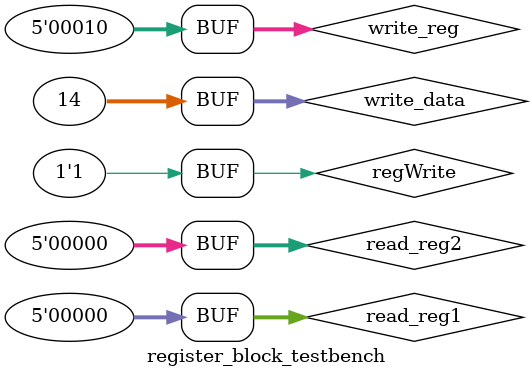
<source format=v>
module register_block_testbench();
  wire [31:0] read_data1;
  wire [31:0] read_data2;
  reg [31:0] write_data;
  reg [4:0] read_reg1;
  reg [4:0] read_reg2;
  reg [4:0] write_reg;
  reg regWrite;
	
	

	localparam period = 10;
	
	register_block UUT(read_data1, read_data2, write_data, read_reg1, read_reg2, write_reg, regWrite);
	
	initial
		begin
			#period;
			write_data = 32'd14;
			read_reg1 = 5'b00000;
			read_reg2 = 5'b00000;
			write_reg = 5'b00010;
			regWrite = 1'b1;
			end

endmodule
</source>
